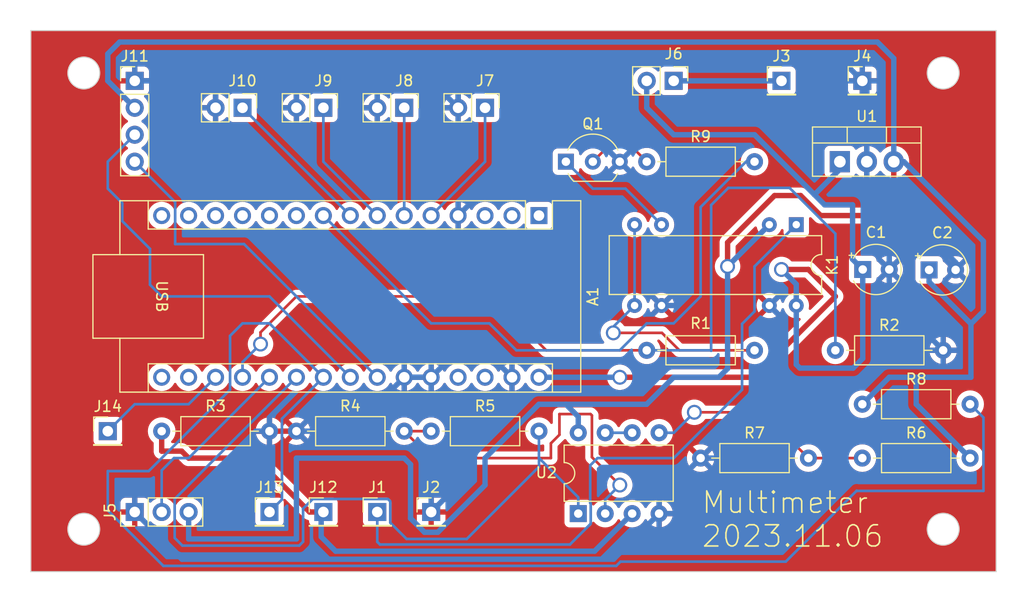
<source format=kicad_pcb>
(kicad_pcb (version 20221018) (generator pcbnew)
  (title_block (title "Multimeter semester project, BSc-Group 1") (date "2023-11-08") (rev "1.2") (company "Designer name: László Balázs Orbán"))
  (layers (0 "F.Cu" signal) (31 "B.Cu" signal) (34 "B.Paste" user) (35 "F.Paste" user) (36 "B.SilkS" user "B.Silkscreen") (37 "F.SilkS" user "F.Silkscreen") (38 "B.Mask" user) (39 "F.Mask" user) (44 "Edge.Cuts" user))
  (net 0 "")
  (net 4 "GND")
  (net 5 "Net-(A1-D2)")
  (net 6 "Net-(A1-D3)")
  (net 7 "Net-(A1-D4)")
  (net 8 "Net-(A1-D5)")
  (net 9 "Net-(A1-D6)")
  (net 18 "Net-(A1-AREF)")
  (net 19 "Net-(A1-A0)")
  (net 20 "Net-(A1-A1)")
  (net 21 "Net-(A1-A2)")
  (net 22 "Net-(A1-A3)")
  (net 23 "Net-(A1-A4)")
  (net 24 "Net-(A1-A5)")
  (net 27 "+9V")
  (net 28 "+5V")
  (net 29 "Net-(J1-Pin_1)")
  (net 30 "Net-(J3-Pin_1)")
  (net 31 "Net-(J12-Pin_1)")
  (net 32 "Net-(Q1-C)")
  (net 33 "Net-(K1-Pad7)")
  (net 34 "Net-(Q1-B)")
  (net 35 "Net-(U2A--)")
  (net 36 "Net-(U2B-+)")
  (net 37 "Net-(U2B--)")
  (footprint "Connector_PinHeader_2.54mm:PinHeader_1x02_P2.54mm_Vertical" (layer "F.Cu") (at 210.82 81.28 -90)
    (fp_text reference "J7" (at -2.54 0) (layer "F.SilkS"))
    (fp_text value "Voltage button")
    (pad "1" thru_hole rect (at 0 0 270) (size 1.7 1.7) (drill 1) (layers "*.Cu" "*.Mask") (net 5 "Net-(A1-D2)"))
    (pad "2" thru_hole oval (at 0 2.54 270) (size 1.7 1.7) (drill 1) (layers "*.Cu" "*.Mask") (net 4 "GND"))
  )
  (footprint "Capacitor_THT:CP_Radial_Tantal_D4.5mm_P2.50mm" (layer "F.Cu") (at 252.673624 96.559754)
    (fp_text reference "C2" (at 1.25 -3.5) (layer "F.SilkS"))
    (fp_text value "0.1 uF")
    (pad "1" thru_hole rect (at 0 0) (size 1.6 1.6) (drill 0.8) (layers "*.Cu" "*.Mask") (net 28 "+5V"))
    (pad "2" thru_hole circle (at 2.5 0) (size 1.6 1.6) (drill 0.8) (layers "*.Cu" "*.Mask") (net 4 "GND"))
  )
  (footprint "Connector_PinHeader_2.54mm:PinHeader_1x01_P2.54mm_Vertical" (layer "F.Cu") (at 205.74 119.38)
    (fp_text reference "J2" (at 0 -2.33) (layer "F.SilkS"))
    (fp_text value "COM/GND")
    (pad "1" thru_hole rect (at 0 0) (size 1.7 1.7) (drill 1) (layers "*.Cu" "*.Mask") (net 4 "GND"))
  )
  (footprint "Connector_PinHeader_2.54mm:PinHeader_1x02_P2.54mm_Vertical" (layer "F.Cu") (at 187.96 81.28 -90)
    (fp_text reference "J10" (at -2.54 0) (layer "F.SilkS"))
    (fp_text value "Temp button")
    (pad "1" thru_hole rect (at 0 0 270) (size 1.7 1.7) (drill 1) (layers "*.Cu" "*.Mask") (net 8 "Net-(A1-D5)"))
    (pad "2" thru_hole oval (at 0 2.54 270) (size 1.7 1.7) (drill 1) (layers "*.Cu" "*.Mask") (net 4 "GND"))
  )
  (footprint "Connector_PinHeader_2.54mm:PinHeader_1x03_P2.54mm_Vertical" (layer "F.Cu") (at 177.8 119.38 90)
    (fp_text reference "J5" (at 0 -2.33 90) (layer "F.SilkS"))
    (fp_text value "Temp sensor (TMP36)")
    (pad "1" thru_hole rect (at 0 0 90) (size 1.7 1.7) (drill 1) (layers "*.Cu" "*.Mask") (net 4 "GND"))
    (pad "2" thru_hole oval (at 0 2.54 90) (size 1.7 1.7) (drill 1) (layers "*.Cu" "*.Mask") (net 20 "Net-(A1-A1)"))
    (pad "3" thru_hole oval (at 0 5.08 90) (size 1.7 1.7) (drill 1) (layers "*.Cu" "*.Mask") (net 28 "+5V"))
  )
  (footprint "Resistor_THT:R_Axial_DIN0207_L6.3mm_D2.5mm_P10.16mm_Horizontal" (layer "F.Cu") (at 236.22 104.14 180)
    (fp_text reference "R1" (at 5.08 2.54) (layer "F.SilkS"))
    (fp_text value "10k")
    (pad "1" thru_hole circle (at 0 0 180) (size 1.6 1.6) (drill 0.8) (layers "*.Cu" "*.Mask") (net 33 "Net-(K1-Pad7)"))
    (pad "2" thru_hole oval (at 10.16 0 180) (size 1.6 1.6) (drill 0.8) (layers "*.Cu" "*.Mask") (net 19 "Net-(A1-A0)"))
  )
  (footprint "Connector_PinHeader_2.54mm:PinHeader_1x01_P2.54mm_Vertical" (layer "F.Cu") (at 200.66 119.38)
    (fp_text reference "J1" (at 0 -2.33) (layer "F.SilkS"))
    (fp_text value "Voltage input")
    (pad "1" thru_hole rect (at 0 0) (size 1.7 1.7) (drill 1) (layers "*.Cu" "*.Mask") (net 29 "Net-(J1-Pin_1)"))
  )
  (footprint "Privat:HE700" (layer "F.Cu") (at 240.154753 92.297034 -90)
    (fp_text reference "K1" (at 3.81 -3.39 90) (layer "F.SilkS"))
    (fp_text value "HE721C relay")
    (pad "1" thru_hole rect (at 0 0 270) (size 1.4 1.4) (drill 0.7) (layers "*.Cu" "*.Mask") (net 29 "Net-(J1-Pin_1)"))
    (pad "2" thru_hole circle (at 0 2.54 270) (size 1.4 1.4) (drill 0.7) (layers "*.Cu" "*.Mask") (net 28 "+5V"))
    (pad "6" thru_hole circle (at 0 12.7 270) (size 1.4 1.4) (drill 0.7) (layers "*.Cu" "*.Mask") (net 32 "Net-(Q1-C)"))
    (pad "7" thru_hole circle (at 0 15.24 270) (size 1.4 1.4) (drill 0.7) (layers "*.Cu" "*.Mask") (net 33 "Net-(K1-Pad7)"))
    (pad "8" thru_hole circle (at 7.62 15.24 270) (size 1.4 1.4) (drill 0.7) (layers "*.Cu" "*.Mask") (net 33 "Net-(K1-Pad7)"))
    (pad "9" thru_hole circle (at 7.62 12.7 270) (size 1.4 1.4) (drill 0.7) (layers "*.Cu" "*.Mask") (net 4 "GND"))
    (pad "13" thru_hole circle (at 7.62 2.54 270) (size 1.4 1.4) (drill 0.7) (layers "*.Cu" "*.Mask") (net 4 "GND"))
    (pad "14" thru_hole circle (at 7.62 0 270) (size 1.4 1.4) (drill 0.7) (layers "*.Cu" "*.Mask") (net 27 "+9V"))
  )
  (footprint "Resistor_THT:R_Axial_DIN0207_L6.3mm_D2.5mm_P10.16mm_Horizontal" (layer "F.Cu") (at 246.38 114.3)
    (fp_text reference "R6" (at 5.08 -2.37) (layer "F.SilkS"))
    (fp_text value "10k")
    (pad "1" thru_hole circle (at 0 0) (size 1.6 1.6) (drill 0.8) (layers "*.Cu" "*.Mask") (net 36 "Net-(U2B-+)"))
    (pad "2" thru_hole oval (at 10.16 0) (size 1.6 1.6) (drill 0.8) (layers "*.Cu" "*.Mask") (net 28 "+5V"))
  )
  (footprint "Connector_PinHeader_2.54mm:PinHeader_1x04_P2.54mm_Vertical" (layer "F.Cu") (at 177.8 78.74)
    (fp_text reference "J11" (at 0 -2.33) (layer "F.SilkS"))
    (fp_text value "LCD display")
    (pad "1" thru_hole rect (at 0 0) (size 1.7 1.7) (drill 1) (layers "*.Cu" "*.Mask") (net 4 "GND"))
    (pad "2" thru_hole oval (at 0 2.54) (size 1.7 1.7) (drill 1) (layers "*.Cu" "*.Mask") (net 28 "+5V"))
    (pad "3" thru_hole oval (at 0 5.08) (size 1.7 1.7) (drill 1) (layers "*.Cu" "*.Mask") (net 23 "Net-(A1-A4)"))
    (pad "4" thru_hole oval (at 0 7.62) (size 1.7 1.7) (drill 1) (layers "*.Cu" "*.Mask") (net 24 "Net-(A1-A5)"))
  )
  (footprint "Resistor_THT:R_Axial_DIN0207_L6.3mm_D2.5mm_P10.16mm_Horizontal" (layer "F.Cu") (at 226.06 86.36)
    (fp_text reference "R9" (at 5.08 -2.37) (layer "F.SilkS"))
    (fp_text value "1k")
    (pad "1" thru_hole circle (at 0 0) (size 1.6 1.6) (drill 0.8) (layers "*.Cu" "*.Mask") (net 34 "Net-(Q1-B)"))
    (pad "2" thru_hole oval (at 10.16 0) (size 1.6 1.6) (drill 0.8) (layers "*.Cu" "*.Mask") (net 9 "Net-(A1-D6)"))
  )
  (footprint "Capacitor_THT:CP_Radial_Tantal_D4.5mm_P2.50mm" (layer "F.Cu") (at 246.42 96.52)
    (fp_text reference "C1" (at 1.25 -3.5) (layer "F.SilkS"))
    (fp_text value "0.33 uF")
    (pad "1" thru_hole rect (at 0 0) (size 1.6 1.6) (drill 0.8) (layers "*.Cu" "*.Mask") (net 27 "+9V"))
    (pad "2" thru_hole circle (at 2.5 0) (size 1.6 1.6) (drill 0.8) (layers "*.Cu" "*.Mask") (net 4 "GND"))
  )
  (footprint "Module:Arduino_Nano" (layer "F.Cu") (at 215.9 91.44 -90)
    (fp_text reference "A1" (at 7.62 -5.08 90) (layer "F.SilkS"))
    (fp_text value "Arduino_Nano_v3.x")
    (fp_text user "USB" (at 7.62 35.56 -90 unlocked) (layer "F.SilkS"))
    (pad "1" thru_hole rect (at 0 0 270) (size 1.6 1.6) (drill 1) (layers "*.Cu" "*.Mask"))
    (pad "2" thru_hole oval (at 0 2.54 270) (size 1.6 1.6) (drill 1) (layers "*.Cu" "*.Mask"))
    (pad "3" thru_hole oval (at 0 5.08 270) (size 1.6 1.6) (drill 1) (layers "*.Cu" "*.Mask"))
    (pad "4" thru_hole oval (at 0 7.62 270) (size 1.6 1.6) (drill 1) (layers "*.Cu" "*.Mask") (net 4 "GND"))
    (pad "5" thru_hole oval (at 0 10.16 270) (size 1.6 1.6) (drill 1) (layers "*.Cu" "*.Mask") (net 5 "Net-(A1-D2)"))
    (pad "6" thru_hole oval (at 0 12.7 270) (size 1.6 1.6) (drill 1) (layers "*.Cu" "*.Mask") (net 6 "Net-(A1-D3)"))
    (pad "7" thru_hole oval (at 0 15.24 270) (size 1.6 1.6) (drill 1) (layers "*.Cu" "*.Mask") (net 7 "Net-(A1-D4)"))
    (pad "8" thru_hole oval (at 0 17.78 270) (size 1.6 1.6) (drill 1) (layers "*.Cu" "*.Mask") (net 8 "Net-(A1-D5)"))
    (pad "9" thru_hole oval (at 0 20.32 270) (size 1.6 1.6) (drill 1) (layers "*.Cu" "*.Mask") (net 9 "Net-(A1-D6)"))
    (pad "10" thru_hole oval (at 0 22.86 270) (size 1.6 1.6) (drill 1) (layers "*.Cu" "*.Mask"))
    (pad "11" thru_hole oval (at 0 25.4 270) (size 1.6 1.6) (drill 1) (layers "*.Cu" "*.Mask"))
    (pad "12" thru_hole oval (at 0 27.94 270) (size 1.6 1.6) (drill 1) (layers "*.Cu" "*.Mask"))
    (pad "13" thru_hole oval (at 0 30.48 270) (size 1.6 1.6) (drill 1) (layers "*.Cu" "*.Mask"))
    (pad "14" thru_hole oval (at 0 33.02 270) (size 1.6 1.6) (drill 1) (layers "*.Cu" "*.Mask"))
    (pad "15" thru_hole oval (at 0 35.56 270) (size 1.6 1.6) (drill 1) (layers "*.Cu" "*.Mask"))
    (pad "16" thru_hole oval (at 15.24 35.56 270) (size 1.6 1.6) (drill 1) (layers "*.Cu" "*.Mask"))
    (pad "17" thru_hole oval (at 15.24 33.02 270) (size 1.6 1.6) (drill 1) (layers "*.Cu" "*.Mask"))
    (pad "18" thru_hole oval (at 15.24 30.48 270) (size 1.6 1.6) (drill 1) (layers "*.Cu" "*.Mask") (net 18 "Net-(A1-AREF)"))
    (pad "19" thru_hole oval (at 15.24 27.94 270) (size 1.6 1.6) (drill 1) (layers "*.Cu" "*.Mask") (net 19 "Net-(A1-A0)"))
    (pad "20" thru_hole oval (at 15.24 25.4 270) (size 1.6 1.6) (drill 1) (layers "*.Cu" "*.Mask") (net 20 "Net-(A1-A1)"))
    (pad "21" thru_hole oval (at 15.24 22.86 270) (size 1.6 1.6) (drill 1) (layers "*.Cu" "*.Mask") (net 21 "Net-(A1-A2)"))
    (pad "22" thru_hole oval (at 15.24 20.32 270) (size 1.6 1.6) (drill 1) (layers "*.Cu" "*.Mask") (net 22 "Net-(A1-A3)"))
    (pad "23" thru_hole oval (at 15.24 17.78 270) (size 1.6 1.6) (drill 1) (layers "*.Cu" "*.Mask") (net 23 "Net-(A1-A4)"))
    (pad "24" thru_hole oval (at 15.24 15.24 270) (size 1.6 1.6) (drill 1) (layers "*.Cu" "*.Mask") (net 24 "Net-(A1-A5)"))
    (pad "25" thru_hole oval (at 15.24 12.7 270) (size 1.6 1.6) (drill 1) (layers "*.Cu" "*.Mask") (net 4 "GND"))
    (pad "26" thru_hole oval (at 15.24 10.16 270) (size 1.6 1.6) (drill 1) (layers "*.Cu" "*.Mask") (net 4 "GND"))
    (pad "27" thru_hole oval (at 15.24 7.62 270) (size 1.6 1.6) (drill 1) (layers "*.Cu" "*.Mask"))
    (pad "28" thru_hole oval (at 15.24 5.08 270) (size 1.6 1.6) (drill 1) (layers "*.Cu" "*.Mask"))
    (pad "29" thru_hole oval (at 15.24 2.54 270) (size 1.6 1.6) (drill 1) (layers "*.Cu" "*.Mask") (net 4 "GND"))
    (pad "30" thru_hole oval (at 15.24 0 270) (size 1.6 1.6) (drill 1) (layers "*.Cu" "*.Mask") (net 27 "+9V"))
  )
  (footprint "Connector_PinHeader_2.54mm:PinHeader_1x02_P2.54mm_Vertical" (layer "F.Cu") (at 203.2 81.28 -90)
    (fp_text reference "J8" (at -2.54 0) (layer "F.SilkS"))
    (fp_text value "Current button")
    (pad "1" thru_hole rect (at 0 0 270) (size 1.7 1.7) (drill 1) (layers "*.Cu" "*.Mask") (net 6 "Net-(A1-D3)"))
    (pad "2" thru_hole oval (at 0 2.54 270) (size 1.7 1.7) (drill 1) (layers "*.Cu" "*.Mask") (net 4 "GND"))
  )
  (footprint "Resistor_THT:R_Axial_DIN0207_L6.3mm_D2.5mm_P10.16mm_Horizontal" (layer "F.Cu") (at 193.04 111.76)
    (fp_text reference "R4" (at 5.08 -2.37) (layer "F.SilkS"))
    (fp_text value "1k")
    (pad "1" thru_hole circle (at 0 0) (size 1.6 1.6) (drill 0.8) (layers "*.Cu" "*.Mask") (net 4 "GND"))
    (pad "2" thru_hole oval (at 10.16 0) (size 1.6 1.6) (drill 0.8) (layers "*.Cu" "*.Mask") (net 35 "Net-(U2A--)"))
  )
  (footprint "Package_DIP:DIP-8_W7.62mm" (layer "F.Cu") (at 219.605728 119.530924 90)
    (fp_text reference "U2" (at 3.862241 -3.005302) (layer "F.SilkS"))
    (fp_text value "LM358P")
    (pad "1" thru_hole rect (at 0 0 90) (size 1.6 1.6) (drill 0.8) (layers "*.Cu" "*.Mask") (net 21 "Net-(A1-A2)"))
    (pad "2" thru_hole oval (at 0 2.54 90) (size 1.6 1.6) (drill 0.8) (layers "*.Cu" "*.Mask") (net 35 "Net-(U2A--)"))
    (pad "3" thru_hole oval (at 0 5.08 90) (size 1.6 1.6) (drill 0.8) (layers "*.Cu" "*.Mask") (net 31 "Net-(J12-Pin_1)"))
    (pad "4" thru_hole oval (at 0 7.62 90) (size 1.6 1.6) (drill 0.8) (layers "*.Cu" "*.Mask") (net 4 "GND"))
    (pad "5" thru_hole oval (at 7.62 7.62 90) (size 1.6 1.6) (drill 0.8) (layers "*.Cu" "*.Mask") (net 36 "Net-(U2B-+)"))
    (pad "6" thru_hole oval (at 7.62 5.08 90) (size 1.6 1.6) (drill 0.8) (layers "*.Cu" "*.Mask") (net 37 "Net-(U2B--)"))
    (pad "7" thru_hole oval (at 7.62 2.54 90) (size 1.6 1.6) (drill 0.8) (layers "*.Cu" "*.Mask") (net 37 "Net-(U2B--)"))
    (pad "8" thru_hole oval (at 7.62 0 90) (size 1.6 1.6) (drill 0.8) (layers "*.Cu" "*.Mask") (net 28 "+5V"))
  )
  (footprint "Connector_PinHeader_2.54mm:PinHeader_1x01_P2.54mm_Vertical" (layer "F.Cu") (at 190.5 119.38)
    (fp_text reference "J13" (at 0 -2.33) (layer "F.SilkS"))
    (fp_text value "Resistance input")
    (pad "1" thru_hole rect (at 0 0) (size 1.7 1.7) (drill 1) (layers "*.Cu" "*.Mask") (net 22 "Net-(A1-A3)"))
  )
  (footprint "Connector_PinHeader_2.54mm:PinHeader_1x01_P2.54mm_Vertical" (layer "F.Cu") (at 195.58 119.38)
    (fp_text reference "J12" (at 0 -2.33) (layer "F.SilkS"))
    (fp_text value "Current input")
    (pad "1" thru_hole rect (at 0 0) (size 1.7 1.7) (drill 1) (layers "*.Cu" "*.Mask") (net 31 "Net-(J12-Pin_1)"))
  )
  (footprint "Connector_PinHeader_2.54mm:PinHeader_1x01_P2.54mm_Vertical" (layer "F.Cu") (at 246.38 78.74)
    (fp_text reference "J4" (at 0 -2.33) (layer "F.SilkS"))
    (fp_text value "Battery input (GND)")
    (pad "1" thru_hole rect (at 0 0) (size 1.7 1.7) (drill 1) (layers "*.Cu" "*.Mask") (net 4 "GND"))
  )
  (footprint "Connector_PinHeader_2.54mm:PinHeader_1x02_P2.54mm_Vertical" (layer "F.Cu") (at 195.58 81.28 -90)
    (fp_text reference "J9" (at -2.54 0) (layer "F.SilkS"))
    (fp_text value "Resistance button")
    (pad "1" thru_hole rect (at 0 0 270) (size 1.7 1.7) (drill 1) (layers "*.Cu" "*.Mask") (net 7 "Net-(A1-D4)"))
    (pad "2" thru_hole oval (at 0 2.54 270) (size 1.7 1.7) (drill 1) (layers "*.Cu" "*.Mask") (net 4 "GND"))
  )
  (footprint "Resistor_THT:R_Axial_DIN0207_L6.3mm_D2.5mm_P10.16mm_Horizontal" (layer "F.Cu") (at 243.84 104.14)
    (fp_text reference "R2" (at 5.08 -2.37) (layer "F.SilkS"))
    (fp_text value "3k3")
    (pad "1" thru_hole circle (at 0 0) (size 1.6 1.6) (drill 0.8) (layers "*.Cu" "*.Mask") (net 19 "Net-(A1-A0)"))
    (pad "2" thru_hole oval (at 10.16 0) (size 1.6 1.6) (drill 0.8) (layers "*.Cu" "*.Mask") (net 4 "GND"))
  )
  (footprint "Resistor_THT:R_Axial_DIN0207_L6.3mm_D2.5mm_P10.16mm_Horizontal" (layer "F.Cu") (at 231.14 114.3)
    (fp_text reference "R7" (at 5.08 -2.37) (layer "F.SilkS"))
    (fp_text value "10k")
    (pad "1" thru_hole circle (at 0 0) (size 1.6 1.6) (drill 0.8) (layers "*.Cu" "*.Mask") (net 4 "GND"))
    (pad "2" thru_hole oval (at 10.16 0) (size 1.6 1.6) (drill 0.8) (layers "*.Cu" "*.Mask") (net 36 "Net-(U2B-+)"))
  )
  (footprint "Resistor_THT:R_Axial_DIN0207_L6.3mm_D2.5mm_P10.16mm_Horizontal" (layer "F.Cu") (at 180.34 111.76)
    (fp_text reference "R3" (at 5.08 -2.37) (layer "F.SilkS"))
    (fp_text value "1")
    (pad "1" thru_hole circle (at 0 0) (size 1.6 1.6) (drill 0.8) (layers "*.Cu" "*.Mask") (net 31 "Net-(J12-Pin_1)"))
    (pad "2" thru_hole oval (at 10.16 0) (size 1.6 1.6) (drill 0.8) (layers "*.Cu" "*.Mask") (net 4 "GND"))
  )
  (footprint "Resistor_THT:R_Axial_DIN0207_L6.3mm_D2.5mm_P10.16mm_Horizontal" (layer "F.Cu") (at 205.74 111.76)
    (fp_text reference "R5" (at 5.08 -2.37) (layer "F.SilkS"))
    (fp_text value "5k6")
    (pad "1" thru_hole circle (at 0 0) (size 1.6 1.6) (drill 0.8) (layers "*.Cu" "*.Mask") (net 35 "Net-(U2A--)"))
    (pad "2" thru_hole oval (at 10.16 0) (size 1.6 1.6) (drill 0.8) (layers "*.Cu" "*.Mask") (net 21 "Net-(A1-A2)"))
  )
  (footprint "Connector_PinHeader_2.54mm:PinHeader_1x02_P2.54mm_Vertical" (layer "F.Cu") (at 228.6 78.74 -90)
    (fp_text reference "J6" (at -2.54 0) (layer "F.SilkS"))
    (fp_text value "Switch ON/OFF")
    (pad "1" thru_hole rect (at 0 0 270) (size 1.7 1.7) (drill 1) (layers "*.Cu" "*.Mask") (net 30 "Net-(J3-Pin_1)"))
    (pad "2" thru_hole oval (at 0 2.54 270) (size 1.7 1.7) (drill 1) (layers "*.Cu" "*.Mask") (net 27 "+9V"))
  )
  (footprint "Connector_PinHeader_2.54mm:PinHeader_1x01_P2.54mm_Vertical" (layer "F.Cu") (at 175.26 111.76)
    (fp_text reference "J14" (at 0 -2.33) (layer "F.SilkS"))
    (fp_text value "AREF")
    (pad "1" thru_hole rect (at 0 0) (size 1.7 1.7) (drill 1) (layers "*.Cu" "*.Mask") (net 18 "Net-(A1-AREF)"))
  )
  (footprint "Package_TO_SOT_THT:TO-220-3_Vertical" (layer "F.Cu") (at 244.26437 86.36)
    (fp_text reference "U1" (at 2.54 -4.27) (layer "F.SilkS"))
    (fp_text value "L7805")
    (pad "1" thru_hole rect (at 0 0) (size 1.905 2) (drill 1.1) (layers "*.Cu" "*.Mask") (net 27 "+9V"))
    (pad "2" thru_hole oval (at 2.54 0) (size 1.905 2) (drill 1.1) (layers "*.Cu" "*.Mask") (net 4 "GND"))
    (pad "3" thru_hole oval (at 5.08 0) (size 1.905 2) (drill 1.1) (layers "*.Cu" "*.Mask") (net 28 "+5V"))
  )
  (footprint "Connector_PinHeader_2.54mm:PinHeader_1x01_P2.54mm_Vertical" (layer "F.Cu") (at 238.76 78.74)
    (fp_text reference "J3" (at 0 -2.33) (layer "F.SilkS"))
    (fp_text value "Battery input (+9V)")
    (pad "1" thru_hole rect (at 0 0) (size 1.7 1.7) (drill 1) (layers "*.Cu" "*.Mask") (net 30 "Net-(J3-Pin_1)"))
  )
  (footprint "Package_TO_SOT_THT:TO-92_Inline_Wide" (layer "F.Cu") (at 218.44 86.36)
    (fp_text reference "Q1" (at 2.54 -3.56) (layer "F.SilkS"))
    (fp_text value "BC337-25")
    (pad "1" thru_hole rect (at 0 0) (size 1.5 1.5) (drill 0.8) (layers "*.Cu" "*.Mask") (net 32 "Net-(Q1-C)"))
    (pad "2" thru_hole circle (at 2.54 0) (size 1.5 1.5) (drill 0.8) (layers "*.Cu" "*.Mask") (net 34 "Net-(Q1-B)"))
    (pad "3" thru_hole circle (at 5.08 0) (size 1.5 1.5) (drill 0.8) (layers "*.Cu" "*.Mask") (net 4 "GND"))
  )
  (footprint "Resistor_THT:R_Axial_DIN0207_L6.3mm_D2.5mm_P10.16mm_Horizontal" (layer "F.Cu") (at 246.38 109.22)
    (fp_text reference "R8" (at 5.08 -2.37) (layer "F.SilkS"))
    (fp_text value "10k")
    (pad "1" thru_hole circle (at 0 0) (size 1.6 1.6) (drill 0.8) (layers "*.Cu" "*.Mask") (net 28 "+5V"))
    (pad "2" thru_hole oval (at 10.16 0) (size 1.6 1.6) (drill 0.8) (layers "*.Cu" "*.Mask") (net 22 "Net-(A1-A3)"))
  )
  (gr_circle (center 173 78) (end 174.5 78) (stroke (width 0.1)) (fill none) (layer "Edge.Cuts"))
  (gr_line (start 168 125) (end 259 125) (stroke (width 0.1)) (layer "Edge.Cuts"))
  (gr_line (start 168 74) (end 168 125) (stroke (width 0.1)) (layer "Edge.Cuts"))
  (gr_line (start 259 74) (end 168 74) (stroke (width 0.1)) (layer "Edge.Cuts"))
  (gr_circle (center 254 78) (end 255.5 78) (stroke (width 0.1)) (fill none) (layer "Edge.Cuts"))
  (gr_line (start 259 125) (end 259 74) (stroke (width 0.1)) (layer "Edge.Cuts"))
  (gr_circle (center 254 121) (end 255.5 121) (stroke (width 0.1)) (fill none) (layer "Edge.Cuts"))
  (gr_circle (center 173 121) (end 174.5 121) (stroke (width 0.1)) (fill none) (layer "Edge.Cuts"))
  (gr_text "2023.11.06" (at 231.14 122.833542) (layer "F.SilkS") (effects (font (size 2 2)) (justify left bottom)))
  (gr_text "Multimeter" (at 231.14 119.651662) (layer "F.SilkS") (effects (font (size 2 2)) (justify left bottom)))
  (segment (start 177.8 119.38) (end 177.8 109.22) (width 0.508) (layer "F.Cu") (net 4))
  (segment (start 190.5 111.76) (end 193.04 111.76) (width 0.508) (layer "F.Cu") (net 4))
  (segment (start 180.34 109.22) (end 182.88 111.76) (width 0.508) (layer "F.Cu") (net 4))
  (segment (start 182.88 111.76) (end 190.5 111.76) (width 0.508) (layer "F.Cu") (net 4))
  (segment (start 177.8 109.22) (end 180.34 109.22) (width 0.508) (layer "F.Cu") (net 4))
  (segment (start 227.225728 119.530924) (end 222.925652 123.831) (width 0.508) (layer "B.Cu") (net 4))
  (segment (start 223.52 86.36) (end 228.991524 91.831524) (width 0.508) (layer "B.Cu") (net 4))
  (segment (start 193.04 78.74) (end 193.04 81.28) (width 0.508) (layer "B.Cu") (net 4))
  (segment (start 215.9 81.28) (end 213.36 78.74) (width 0.508) (layer "B.Cu") (net 4))
  (segment (start 203.2 106.68) (end 198.12 111.76) (width 0.508) (layer "B.Cu") (net 4))
  (segment (start 246.80437 79.16437) (end 246.38 78.74) (width 0.508) (layer "B.Cu") (net 4))
  (segment (start 205.74 106.68) (end 208.28 104.14) (width 0.508) (layer "B.Cu") (net 4))
  (segment (start 228.991524 99.710359) (end 228.784849 99.917034) (width 0.508) (layer "B.Cu") (net 4))
  (segment (start 251.46 101.6) (end 243.84 109.22) (width 0.508) (layer "B.Cu") (net 4))
  (segment (start 228.784849 99.917034) (end 227.454753 99.917034) (width 0.508) (layer "B.Cu") (net 4))
  (segment (start 208.28 111.76) (end 208.28 116.84) (width 0.508) (layer "B.Cu") (net 4))
  (segment (start 193.04 78.74) (end 200.66 78.74) (width 0.508) (layer "B.Cu") (net 4))
  (segment (start 228.991524 91.831524) (end 228.991524 99.710359) (width 0.508) (layer "B.Cu") (net 4))
  (segment (start 205.74 78.74) (end 208.28 81.28) (width 0.508) (layer "B.Cu") (net 4))
  (segment (start 200.66 78.74) (end 200.66 81.28) (width 0.508) (layer "B.Cu") (net 4))
  (segment (start 185.42 78.74) (end 177.8 78.74) (width 0.508) (layer "B.Cu") (net 4))
  (segment (start 248.92 93.94) (end 247.22874 93.94) (width 0.508) (layer "B.Cu") (net 4))
  (segment (start 222.925652 123.831) (end 182.251 123.831) (width 0.508) (layer "B.Cu") (net 4))
  (segment (start 238.76 101.062281) (end 237.614753 99.917034) (width 0.508) (layer "B.Cu") (net 4))
  (segment (start 208.28 116.84) (end 205.74 119.38) (width 0.508) (layer "B.Cu") (net 4))
  (segment (start 227.225728 119.530924) (end 227.225728 118.214272) (width 0.508) (layer "B.Cu") (net 4))
  (segment (start 200.66 78.74) (end 205.74 78.74) (width 0.508) (layer "B.Cu") (net 4))
  (segment (start 247.22874 93.94) (end 246.80437 93.51563) (width 0.508) (layer "B.Cu") (net 4))
  (segment (start 205.74 106.68) (end 203.2 106.68) (width 0.508) (layer "B.Cu") (net 4))
  (segment (start 243.84 109.22) (end 241.837719 109.22) (width 0.508) (layer "B.Cu") (net 4))
  (segment (start 205.74 109.22) (end 205.74 106.68) (width 0.508) (layer "B.Cu") (net 4))
  (segment (start 210.82 104.14) (end 213.36 106.68) (width 0.508) (layer "B.Cu") (net 4))
  (segment (start 220.98 83.82) (end 218.44 83.82) (width 0.508) (layer "B.Cu") (net 4))
  (segment (start 253.256935 93.94) (end 255.173624 95.856689) (width 0.508) (layer "B.Cu") (net 4))
  (segment (start 233.68 114.3) (end 238.76 109.22) (width 0.508) (layer "B.Cu") (net 4))
  (segment (start 251.46 101.6) (end 254 104.14) (width 0.508) (layer "B.Cu") (net 4))
  (segment (start 238.76 109.22) (end 238.76 106.142281) (width 0.508) (layer "B.Cu") (net 4))
  (segment (start 198.12 111.76) (end 193.04 111.76) (width 0.508) (layer "B.Cu") (net 4))
  (segment (start 185.42 78.74) (end 185.42 81.28) (width 0.508) (layer "B.Cu") (net 4))
  (segment (start 227.225728 118.214272) (end 231.14 114.3) (width 0.508) (layer "B.Cu") (net 4))
  (segment (start 208.28 104.14) (end 210.82 104.14) (width 0.508) (layer "B.Cu") (net 4))
  (segment (start 222.052961 80.207039) (end 218.44 83.82) (width 0.508) (layer "B.Cu") (net 4))
  (segment (start 182.251 123.831) (end 177.8 119.38) (width 0.508) (layer "B.Cu") (net 4))
  (segment (start 241.837719 109.22) (end 238.76 106.142281) (width 0.508) (layer "B.Cu") (net 4))
  (segment (start 243.941492 76.301492) (end 222.052961 76.301492) (width 0.508) (layer "B.Cu") (net 4))
  (segment (start 213.36 78.74) (end 208.28 78.74) (width 0.508) (layer "B.Cu") (net 4))
  (segment (start 246.38 78.74) (end 243.941492 76.301492) (width 0.508) (layer "B.Cu") (net 4))
  (segment (start 248.92 93.94) (end 253.256935 93.94) (width 0.508) (layer "B.Cu") (net 4))
  (segment (start 238.76 106.142281) (end 238.76 101.062281) (width 0.508) (layer "B.Cu") (net 4))
  (segment (start 218.44 83.82) (end 215.9 81.28) (width 0.508) (layer "B.Cu") (net 4))
  (segment (start 248.92 93.94) (end 248.92 96.52) (width 0.508) (layer "B.Cu") (net 4))
  (segment (start 208.28 78.74) (end 208.28 81.28) (width 0.508) (layer "B.Cu") (net 4))
  (segment (start 185.42 78.74) (end 193.04 78.74) (width 0.508) (layer "B.Cu") (net 4))
  (segment (start 205.74 109.22) (end 208.28 111.76) (width 0.508) (layer "B.Cu") (net 4))
  (segment (start 246.80437 86.36) (end 246.80437 79.16437) (width 0.508) (layer "B.Cu") (net 4))
  (segment (start 246.80437 93.51563) (end 246.80437 86.36) (width 0.508) (layer "B.Cu") (net 4))
  (segment (start 223.52 86.36) (end 220.98 83.82) (width 0.508) (layer "B.Cu") (net 4))
  (segment (start 231.14 114.3) (end 233.68 114.3) (width 0.508) (layer "B.Cu") (net 4))
  (segment (start 248.92 99.06) (end 251.46 101.6) (width 0.508) (layer "B.Cu") (net 4))
  (segment (start 222.052961 76.301492) (end 222.052961 80.207039) (width 0.508) (layer "B.Cu") (net 4))
  (segment (start 255.173624 95.856689) (end 255.173624 96.559754) (width 0.508) (layer "B.Cu") (net 4))
  (segment (start 248.92 96.48) (end 248.92 99.06) (width 0.508) (layer "B.Cu") (net 4))
  (segment (start 215.9 81.28) (end 215.9 83.82) (width 0.508) (layer "B.Cu") (net 4))
  (segment (start 215.9 83.82) (end 208.28 91.44) (width 0.508) (layer "B.Cu") (net 4))
  (segment (start 210.82 81.28) (end 210.82 86.36) (width 0.25) (layer "B.Cu") (net 5))
  (segment (start 210.82 86.36) (end 205.74 91.44) (width 0.25) (layer "B.Cu") (net 5))
  (segment (start 203.2 81.28) (end 203.2 91.44) (width 0.25) (layer "B.Cu") (net 6))
  (segment (start 195.58 81.28) (end 195.58 86.36) (width 0.25) (layer "B.Cu") (net 7))
  (segment (start 195.58 86.36) (end 200.66 91.44) (width 0.25) (layer "B.Cu") (net 7))
  (segment (start 198.12 91.44) (end 187.96 81.28) (width 0.25) (layer "B.Cu") (net 8))
  (segment (start 231.14 90.64) (end 231.14 99.06) (width 0.25) (layer "B.Cu") (net 9))
  (segment (start 236.22 86.36) (end 235.42 86.36) (width 0.25) (layer "B.Cu") (net 9))
  (segment (start 231.14 99.06) (end 228.6 101.6) (width 0.25) (layer "B.Cu") (net 9))
  (segment (start 226.06 101.6) (end 223.52 104.14) (width 0.25) (layer "B.Cu") (net 9))
  (segment (start 213.769415 104.14) (end 211.229415 101.6) (width 0.25) (layer "B.Cu") (net 9))
  (segment (start 228.6 101.6) (end 226.06 101.6) (width 0.25) (layer "B.Cu") (net 9))
  (segment (start 235.42 86.36) (end 231.14 90.64) (width 0.25) (layer "B.Cu") (net 9))
  (segment (start 205.74 101.6) (end 195.58 91.44) (width 0.25) (layer "B.Cu") (net 9))
  (segment (start 223.52 104.14) (end 213.769415 104.14) (width 0.25) (layer "B.Cu") (net 9))
  (segment (start 211.229415 101.6) (end 205.74 101.6) (width 0.25) (layer "B.Cu") (net 9))
  (segment (start 175.26 111.76) (end 177.8 109.22) (width 0.25) (layer "B.Cu") (net 18))
  (segment (start 182.88 109.22) (end 185.42 106.68) (width 0.25) (layer "B.Cu") (net 18))
  (segment (start 177.8 109.22) (end 182.88 109.22) (width 0.25) (layer "B.Cu") (net 18))
  (segment (start 216.5838 104.14) (end 226.06 104.14) (width 0.25) (layer "F.Cu") (net 19))
  (segment (start 211.5038 99.06) (end 216.5838 104.14) (width 0.25) (layer "F.Cu") (net 19))
  (segment (start 189.657319 102.442681) (end 193.04 99.06) (width 0.25) (layer "F.Cu") (net 19))
  (segment (start 187.881435 106.758565) (end 187.96 106.68) (width 0.25) (layer "F.Cu") (net 19))
  (segment (start 189.657319 103.550649) (end 189.657319 102.442681) (width 0.25) (layer "F.Cu") (net 19))
  (segment (start 193.04 99.06) (end 211.5038 99.06) (width 0.25) (layer "F.Cu") (net 19))
  (via (at 189.657319 103.550649) (size 1.4) (drill 1) (layers "F.Cu" "B.Cu") (net 19))
  (segment (start 232.087144 104.14) (end 232.128275 104.181131) (width 0.25) (layer "B.Cu") (net 19))
  (segment (start 243.84 93.148078) (end 243.84 104.14) (width 0.25) (layer "B.Cu") (net 19))
  (segment (start 187.96 105.247968) (end 187.96 106.68) (width 0.25) (layer "B.Cu") (net 19))
  (segment (start 189.657319 103.550649) (end 187.96 105.247968) (width 0.25) (layer "B.Cu") (net 19))
  (segment (start 232.128275 104.181131) (end 232.128275 90.451725) (width 0.25) (layer "B.Cu") (net 19))
  (segment (start 239.51958 88.827658) (end 243.84 93.148078) (width 0.25) (layer "B.Cu") (net 19))
  (segment (start 226.06 104.14) (end 232.087144 104.14) (width 0.25) (layer "B.Cu") (net 19))
  (segment (start 232.128275 90.451725) (end 233.752342 88.827658) (width 0.25) (layer "B.Cu") (net 19))
  (segment (start 233.752342 88.827658) (end 239.51958 88.827658) (width 0.25) (layer "B.Cu") (net 19))
  (segment (start 180.34 115.457893) (end 181.497893 114.3) (width 0.25) (layer "B.Cu") (net 20))
  (segment (start 180.34 119.38) (end 180.34 115.457893) (width 0.25) (layer "B.Cu") (net 20))
  (segment (start 181.497893 114.3) (end 182.88 114.3) (width 0.25) (layer "B.Cu") (net 20))
  (segment (start 182.88 114.3) (end 190.5 106.68) (width 0.25) (layer "B.Cu") (net 20))
  (segment (start 215.905 114.295) (end 219.605728 117.995728) (width 0.25) (layer "B.Cu") (net 21))
  (segment (start 203.41967 121.92) (end 201.885 120.38533) (width 0.25) (layer "B.Cu") (net 21))
  (segment (start 201.885 118.37467) (end 201.66533 118.155) (width 0.25) (layer "B.Cu") (net 21))
  (segment (start 215.9 114.29) (end 215.905 114.295) (width 0.25) (layer "B.Cu") (net 21))
  (segment (start 215.905 115.11383) (end 215.905 114.295) (width 0.25) (layer "B.Cu") (net 21))
  (segment (start 194.57467 118.155) (end 193.669 119.06067) (width 0.25) (layer "B.Cu") (net 21))
  (segment (start 181.565 121.825344) (end 181.565 118.155) (width 0.25) (layer "B.Cu") (net 21))
  (segment (start 193.669 119.06067) (end 193.669 122.18054) (width 0.25) (layer "B.Cu") (net 21))
  (segment (start 201.885 120.38533) (end 201.885 118.37467) (width 0.25) (layer "B.Cu") (net 21))
  (segment (start 215.9 111.76) (end 215.9 114.29) (width 0.25) (layer "B.Cu") (net 21))
  (segment (start 182.288656 122.549) (end 181.565 121.825344) (width 0.25) (layer "B.Cu") (net 21))
  (segment (start 193.669 122.18054) (end 193.30054 122.549) (width 0.25) (layer "B.Cu") (net 21))
  (segment (start 209.09883 121.92) (end 203.41967 121.92) (width 0.25) (layer "B.Cu") (net 21))
  (segment (start 193.30054 122.549) (end 182.288656 122.549) (width 0.25) (layer "B.Cu") (net 21))
  (segment (start 215.905 115.11383) (end 209.09883 121.92) (width 0.25) (layer "B.Cu") (net 21))
  (segment (start 219.605728 117.995728) (end 219.605728 119.530924) (width 0.25) (layer "B.Cu") (net 21))
  (segment (start 201.66533 118.155) (end 194.57467 118.155) (width 0.25) (layer "B.Cu") (net 21))
  (segment (start 181.565 118.155) (end 193.04 106.68) (width 0.25) (layer "B.Cu") (net 21))
  (segment (start 186.785 107.855) (end 179.115 115.525) (width 0.25) (layer "B.Cu") (net 22))
  (segment (start 180.494835 124.46) (end 223.186192 124.46) (width 0.25) (layer "B.Cu") (net 22))
  (segment (start 245.873761 117.392837) (end 257.797293 117.392837) (width 0.25) (layer "B.Cu") (net 22))
  (segment (start 257.797293 110.477293) (end 256.54 109.22) (width 0.25) (layer "B.Cu") (net 22))
  (segment (start 179.115 115.525) (end 175.26 115.525) (width 0.25) (layer "B.Cu") (net 22))
  (segment (start 195.58 106.68) (end 191.675 110.585) (width 0.25) (layer "B.Cu") (net 22))
  (segment (start 223.186192 124.46) (end 223.587474 124.058718) (width 0.25) (layer "B.Cu") (net 22))
  (segment (start 175.26 119.225165) (end 180.494835 124.46) (width 0.25) (layer "B.Cu") (net 22))
  (segment (start 191.675 110.585) (end 191.675 118.205) (width 0.25) (layer "B.Cu") (net 22))
  (segment (start 187.96 101.6) (end 186.785 102.775) (width 0.25) (layer "B.Cu") (net 22))
  (segment (start 191.675 118.205) (end 190.5 119.38) (width 0.25) (layer "B.Cu") (net 22))
  (segment (start 186.785 102.775) (end 186.785 107.855) (width 0.25) (layer "B.Cu") (net 22))
  (segment (start 190.5 101.6) (end 187.96 101.6) (width 0.25) (layer "B.Cu") (net 22))
  (segment (start 195.58 106.68) (end 190.5 101.6) (width 0.25) (layer "B.Cu") (net 22))
  (segment (start 245.850462 117.369538) (end 245.873761 117.392837) (width 0.25) (layer "B.Cu") (net 22))
  (segment (start 257.797293 117.392837) (end 257.797293 110.477293) (width 0.25) (layer "B.Cu") (net 22))
  (segment (start 223.587474 124.058718) (end 239.161282 124.058718) (width 0.25) (layer "B.Cu") (net 22))
  (segment (start 175.26 115.525) (end 175.26 119.225165) (width 0.25) (layer "B.Cu") (net 22))
  (segment (start 239.161282 124.058718) (end 245.850462 117.369538) (width 0.25) (layer "B.Cu") (net 22))
  (segment (start 176.6247 91.9607) (end 176.6247 90.2647) (width 0.25) (layer "B.Cu") (net 23))
  (segment (start 176.6247 90.2647) (end 175.26 88.9) (width 0.25) (layer "B.Cu") (net 23))
  (segment (start 175.26 88.9) (end 175.26 86.36) (width 0.25) (layer "B.Cu") (net 23))
  (segment (start 179.2387 97.9587) (end 179.2387 94.5747) (width 0.25) (layer "B.Cu") (net 23))
  (segment (start 175.26 86.36) (end 177.8 83.82) (width 0.25) (layer "B.Cu") (net 23))
  (segment (start 190.5 99.06) (end 180.34 99.06) (width 0.25) (layer "B.Cu") (net 23))
  (segment (start 179.2387 94.5747) (end 176.6247 91.9607) (width 0.25) (layer "B.Cu") (net 23))
  (segment (start 180.34 99.06) (end 179.2387 97.9587) (width 0.25) (layer "B.Cu") (net 23))
  (segment (start 198.12 106.68) (end 190.5 99.06) (width 0.25) (layer "B.Cu") (net 23))
  (segment (start 181.61 94.1247) (end 188.1047 94.1247) (width 0.25) (layer "B.Cu") (net 24))
  (segment (start 181.61 94.1247) (end 181.61 90.17) (width 0.25) (layer "B.Cu") (net 24))
  (segment (start 181.61 90.17) (end 177.8 86.36) (width 0.25) (layer "B.Cu") (net 24))
  (segment (start 188.1047 94.1247) (end 200.66 106.68) (width 0.25) (layer "B.Cu") (net 24))
  (segment (start 241.299997 96.52) (end 238.76 96.52) (width 0.508) (layer "F.Cu") (net 27))
  (segment (start 243.84 99.060003) (end 241.299997 96.52) (width 0.508) (layer "F.Cu") (net 27))
  (segment (start 236.220003 106.68) (end 243.84 99.060003) (width 0.508) (layer "F.Cu") (net 27))
  (segment (start 223.52 106.68) (end 236.220003 106.68) (width 0.508) (layer "F.Cu") (net 27))
  (via (at 223.52 106.68) (size 1.4) (drill 1) (layers "F.Cu" "B.Cu") (net 27))
  (via (at 238.76 96.52) (size 1.4) (drill 1) (layers "F.Cu" "B.Cu") (net 27))
  (segment (start 240.154753 97.914753) (end 240.154753 99.917034) (width 0.508) (layer "B.Cu") (net 27))
  (segment (start 242.827455 90.427455) (end 245.461683 90.427455) (width 0.508) (layer "B.Cu") (net 27))
  (segment (start 240.492163 105.815436) (end 240.154753 105.478026) (width 0.508) (layer "B.Cu") (net 27))
  (segment (start 226.06 81.28) (end 226.06 78.74) (width 0.508) (layer "B.Cu") (net 27))
  (segment (start 241.8666 89.4666) (end 242.827455 90.427455) (width 0.508) (layer "B.Cu") (net 27))
  (segment (start 236.22 83.82) (end 228.6 83.82) (width 0.508) (layer "B.Cu") (net 27))
  (segment (start 245.515437 105.815436) (end 240.492163 105.815436) (width 0.508) (layer "B.Cu") (net 27))
  (segment (start 246.38 96.52) (end 246.38 96.48) (width 0.508) (layer "B.Cu") (net 27))
  (segment (start 228.6 83.82) (end 226.06 81.28) (width 0.508) (layer "B.Cu") (net 27))
  (segment (start 244.26437 87.06883) (end 244.26437 86.36) (width 0.508) (layer "B.Cu") (net 27))
  (segment (start 246.42 104.910873) (end 245.515437 105.815436) (width 0.508) (layer "B.Cu") (net 27))
  (segment (start 246.42 96.52) (end 246.42 104.910873) (width 0.508) (layer "B.Cu") (net 27))
  (segment (start 240.154753 105.478026) (end 240.154753 99.917034) (width 0.508) (layer "B.Cu") (net 27))
  (segment (start 241.8666 89.4666) (end 236.22 83.82) (width 0.508) (layer "B.Cu") (net 27))
  (segment (start 245.461683 95.561683) (end 246.42 96.52) (width 0.508) (layer "B.Cu") (net 27))
  (segment (start 238.76 96.52) (end 240.154753 97.914753) (width 0.508) (layer "B.Cu") (net 27))
  (segment (start 223.52 106.68) (end 215.9 106.68) (width 0.508) (layer "B.Cu") (net 27))
  (segment (start 241.8666 89.4666) (end 244.26437 87.06883) (width 0.508) (layer "B.Cu") (net 27))
  (segment (start 245.461683 90.427455) (end 245.461683 95.561683) (width 0.508) (layer "B.Cu") (net 27))
  (segment (start 233.68 93.98) (end 238.107842 89.552158) (width 0.508) (layer "F.Cu") (net 28))
  (segment (start 242.454 91.44) (end 248.92 91.44) (width 0.508) (layer "F.Cu") (net 28))
  (segment (start 233.68 96.231787) (end 233.68 93.98) (width 0.508) (layer "F.Cu") (net 28))
  (segment (start 248.92 91.44) (end 249.34437 91.01563) (width 0.508) (layer "F.Cu") (net 28))
  (segment (start 240.566158 89.552158) (end 242.454 91.44) (width 0.508) (layer "F.Cu") (net 28))
  (segment (start 238.107842 89.552158) (end 240.566158 89.552158) (width 0.508) (layer "F.Cu") (net 28))
  (segment (start 249.34437 91.01563) (end 249.34437 86.36) (width 0.508) (layer "F.Cu") (net 28))
  (via (at 233.68 96.231787) (size 1.4) (drill 1) (layers "F.Cu" "B.Cu") (net 28))
  (segment (start 249.34437 76.62437) (end 247.803583 75.083583) (width 0.508) (layer "B.Cu") (net 28))
  (segment (start 203.796801 114.896801) (end 203.796801 119.976801) (width 0.508) (layer "B.Cu") (net 28))
  (segment (start 176.376417 75.083583) (end 175.26 76.2) (width 0.508) (layer "B.Cu") (net 28))
  (segment (start 203.796801 119.976801) (end 205.111 121.291) (width 0.508) (layer "B.Cu") (net 28))
  (segment (start 218.44 109.228776) (end 226.051224 109.228776) (width 0.508) (layer "B.Cu") (net 28))
  (segment (start 250.29687 86.36) (end 249.34437 86.36) (width 0.508) (layer "B.Cu") (net 28))
  (segment (start 182.88 121.92) (end 193.04 121.92) (width 0.508) (layer "B.Cu") (net 28))
  (segment (start 256.62 101.64) (end 256.62 106.68) (width 0.508) (layer "B.Cu") (net 28))
  (segment (start 256.62 101.64) (end 252.673624 97.693624) (width 0.508) (layer "B.Cu") (net 28))
  (segment (start 251.46 109.22) (end 256.54 114.3) (width 0.508) (layer "B.Cu") (net 28))
  (segment (start 218.44 109.228776) (end 219.605728 110.394504) (width 0.508) (layer "B.Cu") (net 28))
  (segment (start 233.68 105.86117) (end 233.68 96.231787) (width 0.508) (layer "B.Cu") (net 28))
  (segment (start 252.673624 97.693624) (end 252.673624 96.559754) (width 0.508) (layer "B.Cu") (net 28))
  (segment (start 257.794 100.466) (end 257.794 93.85713) (width 0.508) (layer "B.Cu") (net 28))
  (segment (start 256.62 106.68) (end 251.46 106.68) (width 0.508) (layer "B.Cu") (net 28))
  (segment (start 193.04 121.92) (end 193.04 114.3) (width 0.508) (layer "B.Cu") (net 28))
  (segment (start 233.68 96.231787) (end 237.614753 92.297034) (width 0.508) (layer "B.Cu") (net 28))
  (segment (start 257.794 93.85713) (end 250.29687 86.36) (width 0.508) (layer "B.Cu") (net 28))
  (segment (start 206.369 121.291) (end 210.82 116.84) (width 0.508) (layer "B.Cu") (net 28))
  (segment (start 247.803583 75.083583) (end 176.376417 75.083583) (width 0.508) (layer "B.Cu") (net 28))
  (segment (start 251.46 106.68) (end 251.46 109.22) (width 0.508) (layer "B.Cu") (net 28))
  (segment (start 248.92 106.68) (end 246.38 109.22) (width 0.508) (layer "B.Cu") (net 28))
  (segment (start 251.46 106.68) (end 248.92 106.68) (width 0.508) (layer "B.Cu") (net 28))
  (segment (start 215.891224 109.228776) (end 218.44 109.228776) (width 0.508) (layer "B.Cu") (net 28))
  (segment (start 210.82 114.3) (end 215.891224 109.228776) (width 0.508) (layer "B.Cu") (net 28))
  (segment (start 210.82 116.84) (end 210.82 114.3) (width 0.508) (layer "B.Cu") (net 28))
  (segment (start 219.605728 110.394504) (end 219.605728 111.910924) (width 0.508) (layer "B.Cu") (net 28))
  (segment (start 228.6 106.68) (end 232.86117 106.68) (width 0.508) (layer "B.Cu") (net 28))
  (segment (start 232.86117 106.68) (end 233.68 105.86117) (width 0.508) (layer "B.Cu") (net 28))
  (segment (start 226.051224 109.228776) (end 228.6 106.68) (width 0.508) (layer "B.Cu") (net 28))
  (segment (start 249.34437 86.36) (end 249.34437 76.62437) (width 0.508) (layer "B.Cu") (net 28))
  (segment (start 175.26 76.2) (end 175.26 78.74) (width 0.508) (layer "B.Cu") (net 28))
  (segment (start 182.88 119.38) (end 182.88 121.92) (width 0.508) (layer "B.Cu") (net 28))
  (segment (start 256.62 101.64) (end 257.794 100.466) (width 0.508) (layer "B.Cu") (net 28))
  (segment (start 175.26 78.74) (end 177.8 81.28) (width 0.508) (layer "B.Cu") (net 28))
  (segment (start 205.111 121.291) (end 206.369 121.291) (width 0.508) (layer "B.Cu") (net 28))
  (segment (start 203.2 114.3) (end 203.796801 114.896801) (width 0.508) (layer "B.Cu") (net 28))
  (segment (start 193.04 114.3) (end 203.2 114.3) (width 0.508) (layer "B.Cu") (net 28))
  (segment (start 220.730728 114.985822) (end 220.730728 118.525594) (width 0.25) (layer "B.Cu") (net 29))
  (segment (start 228.6 114.3) (end 221.41655 114.3) (width 0.25) (layer "B.Cu") (net 29))
  (segment (start 235.045 107.855) (end 228.6 114.3) (width 0.25) (layer "B.Cu") (net 29))
  (segment (start 200.66 122.192718) (end 200.66 119.38) (width 0.25) (layer "B.Cu") (net 29))
  (segment (start 236.22 96.231787) (end 236.22 100.475) (width 0.25) (layer "B.Cu") (net 29))
  (segment (start 220.780728 118.575594) (end 220.780728 120.486254) (width 0.25) (layer "B.Cu") (net 29))
  (segment (start 235.045 101.65) (end 235.045 107.855) (width 0.25) (layer "B.Cu") (net 29))
  (segment (start 220.730728 118.525594) (end 220.780728 118.575594) (width 0.25) (layer "B.Cu") (net 29))
  (segment (start 221.41655 114.3) (end 220.730728 114.985822) (width 0.25) (layer "B.Cu") (net 29))
  (segment (start 218.822982 122.444) (end 200.911282 122.444) (width 0.25) (layer "B.Cu") (net 29))
  (segment (start 220.780728 120.486254) (end 218.822982 122.444) (width 0.25) (layer "B.Cu") (net 29))
  (segment (start 240.154753 92.297034) (end 236.22 96.231787) (width 0.25) (layer "B.Cu") (net 29))
  (segment (start 200.911282 122.444) (end 200.66 122.192718) (width 0.25) (layer "B.Cu") (net 29))
  (segment (start 236.22 100.475) (end 235.045 101.65) (width 0.25) (layer "B.Cu") (net 29))
  (segment (start 228.6 78.74) (end 238.76 78.74) (width 0.508) (layer "B.Cu") (net 30))
  (segment (start 182.88 114.3) (end 189.1957 114.3) (width 0.508) (layer "F.Cu") (net 31))
  (segment (start 194.2757 119.38) (end 195.58 119.38) (width 0.508) (layer "F.Cu") (net 31))
  (segment (start 189.1957 114.3) (end 194.2757 119.38) (width 0.508) (layer "F.Cu") (net 31))
  (segment (start 182.223614 113.643614) (end 182.88 114.3) (width 0.508) (layer "F.Cu") (net 31))
  (segment (start 180.34 111.76) (end 180.34 113.643614) (width 0.508) (layer "F.Cu") (net 31))
  (segment (start 180.34 113.643614) (end 182.223614 113.643614) (width 0.508) (layer "F.Cu") (net 31))
  (segment (start 195.373366 121.713366) (end 196.733 123.073) (width 0.508) (layer "B.Cu") (net 31))
  (segment (start 195.373366 119.586634) (end 195.373366 121.713366) (width 0.508) (layer "B.Cu") (net 31))
  (segment (start 195.58 119.38) (end 195.373366 119.586634) (width 0.508) (layer "B.Cu") (net 31))
  (segment (start 221.143652 123.073) (end 224.685728 119.530924) (width 0.508) (layer "B.Cu") (net 31))
  (segment (start 196.733 123.073) (end 221.143652 123.073) (width 0.508) (layer "B.Cu") (net 31))
  (segment (start 220.98 88.9) (end 224.057719 88.9) (width 0.25) (layer "B.Cu") (net 32))
  (segment (start 224.057719 88.9) (end 227.454753 92.297034) (width 0.25) (layer "B.Cu") (net 32))
  (segment (start 218.44 86.36) (end 220.98 88.9) (width 0.25) (layer "B.Cu") (net 32))
  (segment (start 227.49256 102.494841) (end 222.909618 102.494841) (width 0.25) (layer "F.Cu") (net 33))
  (segment (start 229.137719 104.14) (end 236.22 104.14) (width 0.25) (layer "F.Cu") (net 33))
  (segment (start 229.137719 104.14) (end 227.49256 102.494841) (width 0.25) (layer "F.Cu") (net 33))
  (via (at 222.909618 102.494841) (size 1.4) (drill 1) (layers "F.Cu" "B.Cu") (net 33))
  (segment (start 222.909618 101.922169) (end 224.914753 99.917034) (width 0.25) (layer "B.Cu") (net 33))
  (segment (start 224.914753 92.297034) (end 224.914753 99.917034) (width 0.25) (layer "B.Cu") (net 33))
  (segment (start 222.909618 102.494841) (end 222.909618 101.922169) (width 0.25) (layer "B.Cu") (net 33))
  (segment (start 220.98 86.36) (end 222.554266 84.785734) (width 0.25) (layer "F.Cu") (net 34))
  (segment (start 222.554266 84.785734) (end 224.485734 84.785734) (width 0.25) (layer "F.Cu") (net 34))
  (segment (start 224.485734 84.785734) (end 226.06 86.36) (width 0.25) (layer "F.Cu") (net 34))
  (segment (start 205.74 114.3) (end 217.025 114.3) (width 0.25) (layer "F.Cu") (net 35))
  (segment (start 217.025 112.907774) (end 217.831383 112.101391) (width 0.25) (layer "F.Cu") (net 35))
  (segment (start 220.763825 110.149407) (end 220.892019 110.277601) (width 0.25) (layer "F.Cu") (net 35))
  (segment (start 217.831383 110.149407) (end 220.763825 110.149407) (width 0.25) (layer "F.Cu") (net 35))
  (segment (start 220.892019 114.212019) (end 223.52 116.84) (width 0.25) (layer "F.Cu") (net 35))
  (segment (start 217.025 114.3) (end 217.025 112.907774) (width 0.25) (layer "F.Cu") (net 35))
  (segment (start 203.2 111.76) (end 205.74 111.76) (width 0.25) (layer "F.Cu") (net 35))
  (segment (start 217.831383 112.101391) (end 217.831383 110.149407) (width 0.25) (layer "F.Cu") (net 35))
  (segment (start 203.2 111.76) (end 205.74 114.3) (width 0.25) (layer "F.Cu") (net 35))
  (segment (start 222.145728 119.530924) (end 222.26 119.416652) (width 0.25) (layer "F.Cu") (net 35))
  (segment (start 220.892019 110.277601) (end 220.892019 114.212019) (width 0.25) (layer "F.Cu") (net 35))
  (via (at 223.52 116.84) (size 1.4) (drill 1) (layers "F.Cu" "B.Cu") (net 35))
  (segment (start 222.145728 118.214272) (end 222.145728 119.530924) (width 0.25) (layer "B.Cu") (net 35))
  (segment (start 223.52 116.84) (end 222.145728 118.214272) (width 0.25) (layer "B.Cu") (net 35))
  (segment (start 246.38 114.3) (end 241.3 114.3) (width 0.25) (layer "F.Cu") (net 36))
  (segment (start 241.3 114.3) (end 236.981305 109.981305) (width 0.25) (layer "F.Cu") (net 36))
  (segment (start 236.981305 109.981305) (end 230.546949 109.981305) (width 0.25) (layer "F.Cu") (net 36))
  (via (at 230.546949 109.981305) (size 1.4) (drill 1) (layers "F.Cu" "B.Cu") (net 36))
  (segment (start 230.546949 109.981305) (end 228.61733 111.910924) (width 0.25) (layer "B.Cu") (net 36))
  (segment (start 228.61733 111.910924) (end 227.225728 111.910924) (width 0.25) (layer "B.Cu") (net 36))
  (segment (start 222.145728 111.910924) (end 224.685728 111.910924) (width 0.25) (layer "B.Cu") (net 37))
  (zone (net 4) (net_name "GND") (layers "F&B.Cu") (connect_pads (clearance 0.5)) (min_thickness 0.25) (fill yes (thermal_gap 0.5) (thermal_bridge_width 0.5))
    (polygon (pts (xy 165.1 71.12) (xy 165.1 127) (xy 261.62 127) (xy 261.62 71.12)))
  )
)
</source>
